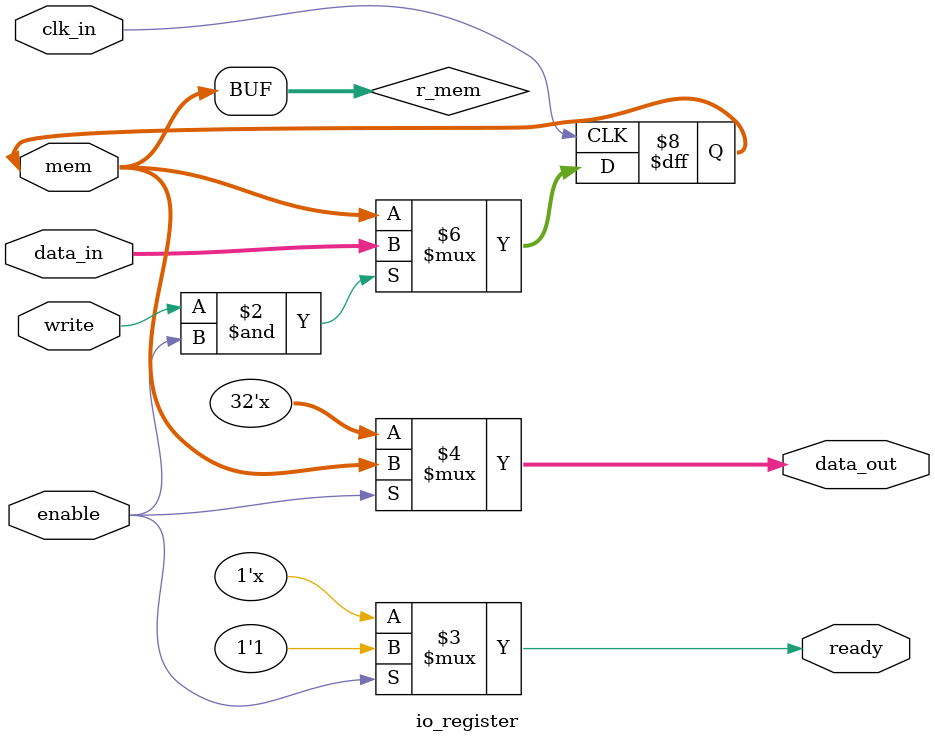
<source format=v>
module io_register #(
    parameter DATA_WIDTH = 32
) (
    input clk_in,

    // port
    input  enable,
    input  write,
    output ready,

    // port
    input  [DATA_WIDTH - 1:0] data_in,
    output [DATA_WIDTH - 1:0] data_out,

    inout [DATA_WIDTH - 1:0] mem
);
  initial begin
    r_mem = 'b0;
  end

  reg [DATA_WIDTH -1:0] r_mem;

  assign mem = r_mem;

  always @(posedge clk_in) begin
    if (write & enable) begin
      r_mem <= data_in;
    end
  end

  assign ready = enable ? 1'b1 : 1'bz;
  assign data_out = enable ? r_mem : 'bz;
endmodule

</source>
